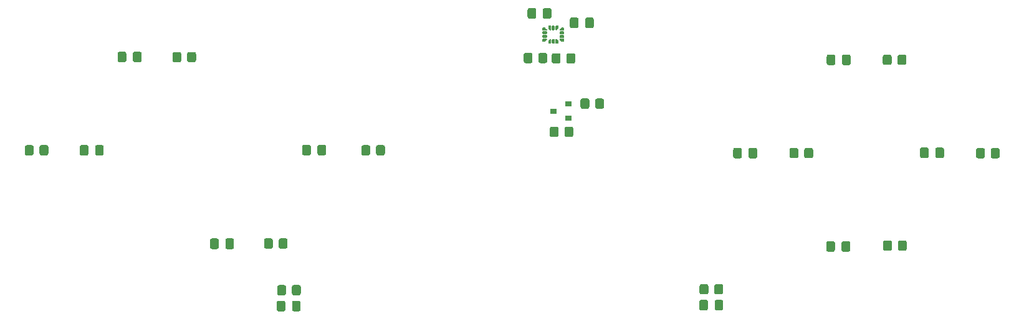
<source format=gbr>
%TF.GenerationSoftware,KiCad,Pcbnew,(5.1.8)-1*%
%TF.CreationDate,2020-12-25T12:52:01+03:00*%
%TF.ProjectId,mesp240_3Dpad,6d657370-3234-4305-9f33-447061642e6b,rev?*%
%TF.SameCoordinates,Original*%
%TF.FileFunction,Paste,Bot*%
%TF.FilePolarity,Positive*%
%FSLAX46Y46*%
G04 Gerber Fmt 4.6, Leading zero omitted, Abs format (unit mm)*
G04 Created by KiCad (PCBNEW (5.1.8)-1) date 2020-12-25 12:52:01*
%MOMM*%
%LPD*%
G01*
G04 APERTURE LIST*
%ADD10C,0.100000*%
%ADD11R,0.900000X0.800000*%
G04 APERTURE END LIST*
%TO.C,C12*%
G36*
G01*
X161962000Y-124747000D02*
X161962000Y-125697000D01*
G75*
G02*
X161712000Y-125947000I-250000J0D01*
G01*
X161037000Y-125947000D01*
G75*
G02*
X160787000Y-125697000I0J250000D01*
G01*
X160787000Y-124747000D01*
G75*
G02*
X161037000Y-124497000I250000J0D01*
G01*
X161712000Y-124497000D01*
G75*
G02*
X161962000Y-124747000I0J-250000D01*
G01*
G37*
G36*
G01*
X164037000Y-124747000D02*
X164037000Y-125697000D01*
G75*
G02*
X163787000Y-125947000I-250000J0D01*
G01*
X163112000Y-125947000D01*
G75*
G02*
X162862000Y-125697000I0J250000D01*
G01*
X162862000Y-124747000D01*
G75*
G02*
X163112000Y-124497000I250000J0D01*
G01*
X163787000Y-124497000D01*
G75*
G02*
X164037000Y-124747000I0J-250000D01*
G01*
G37*
%TD*%
%TO.C,C11*%
G36*
G01*
X104558000Y-124874000D02*
X104558000Y-125824000D01*
G75*
G02*
X104308000Y-126074000I-250000J0D01*
G01*
X103633000Y-126074000D01*
G75*
G02*
X103383000Y-125824000I0J250000D01*
G01*
X103383000Y-124874000D01*
G75*
G02*
X103633000Y-124624000I250000J0D01*
G01*
X104308000Y-124624000D01*
G75*
G02*
X104558000Y-124874000I0J-250000D01*
G01*
G37*
G36*
G01*
X106633000Y-124874000D02*
X106633000Y-125824000D01*
G75*
G02*
X106383000Y-126074000I-250000J0D01*
G01*
X105708000Y-126074000D01*
G75*
G02*
X105458000Y-125824000I0J250000D01*
G01*
X105458000Y-124874000D01*
G75*
G02*
X105708000Y-124624000I250000J0D01*
G01*
X106383000Y-124624000D01*
G75*
G02*
X106633000Y-124874000I0J-250000D01*
G01*
G37*
%TD*%
D10*
%TO.C,U2*%
G36*
X140596632Y-88990941D02*
G01*
X140610701Y-88995209D01*
X140623668Y-89002140D01*
X140635033Y-89011467D01*
X140644360Y-89022832D01*
X140651291Y-89035799D01*
X140655559Y-89049868D01*
X140657000Y-89064500D01*
X140657000Y-89539500D01*
X140655559Y-89554132D01*
X140651291Y-89568201D01*
X140644360Y-89581168D01*
X140635033Y-89592533D01*
X140623668Y-89601860D01*
X140610701Y-89608791D01*
X140596632Y-89613059D01*
X140582000Y-89614500D01*
X140332000Y-89614500D01*
X140317368Y-89613059D01*
X140303299Y-89608791D01*
X140290332Y-89601860D01*
X140278967Y-89592533D01*
X140269640Y-89581168D01*
X140262709Y-89568201D01*
X140258441Y-89554132D01*
X140257000Y-89539500D01*
X140257000Y-89270566D01*
X140258441Y-89255934D01*
X140262709Y-89241865D01*
X140269640Y-89228898D01*
X140278967Y-89217533D01*
X140485033Y-89011467D01*
X140496398Y-89002140D01*
X140509365Y-88995209D01*
X140523434Y-88990941D01*
X140538066Y-88989500D01*
X140582000Y-88989500D01*
X140596632Y-88990941D01*
G37*
G36*
G01*
X140757000Y-89514500D02*
X140757000Y-89089500D01*
G75*
G02*
X140857000Y-88989500I100000J0D01*
G01*
X141057000Y-88989500D01*
G75*
G02*
X141157000Y-89089500I0J-100000D01*
G01*
X141157000Y-89514500D01*
G75*
G02*
X141057000Y-89614500I-100000J0D01*
G01*
X140857000Y-89614500D01*
G75*
G02*
X140757000Y-89514500I0J100000D01*
G01*
G37*
G36*
X141390566Y-88990941D02*
G01*
X141404635Y-88995209D01*
X141417602Y-89002140D01*
X141428967Y-89011467D01*
X141635033Y-89217533D01*
X141644360Y-89228898D01*
X141651291Y-89241865D01*
X141655559Y-89255934D01*
X141657000Y-89270566D01*
X141657000Y-89539500D01*
X141655559Y-89554132D01*
X141651291Y-89568201D01*
X141644360Y-89581168D01*
X141635033Y-89592533D01*
X141623668Y-89601860D01*
X141610701Y-89608791D01*
X141596632Y-89613059D01*
X141582000Y-89614500D01*
X141332000Y-89614500D01*
X141317368Y-89613059D01*
X141303299Y-89608791D01*
X141290332Y-89601860D01*
X141278967Y-89592533D01*
X141269640Y-89581168D01*
X141262709Y-89568201D01*
X141258441Y-89554132D01*
X141257000Y-89539500D01*
X141257000Y-89064500D01*
X141258441Y-89049868D01*
X141262709Y-89035799D01*
X141269640Y-89022832D01*
X141278967Y-89011467D01*
X141290332Y-89002140D01*
X141303299Y-88995209D01*
X141317368Y-88990941D01*
X141332000Y-88989500D01*
X141375934Y-88989500D01*
X141390566Y-88990941D01*
G37*
G36*
X142371632Y-88940941D02*
G01*
X142385701Y-88945209D01*
X142398668Y-88952140D01*
X142410033Y-88961467D01*
X142419360Y-88972832D01*
X142426291Y-88985799D01*
X142430559Y-88999868D01*
X142432000Y-89014500D01*
X142432000Y-89264500D01*
X142430559Y-89279132D01*
X142426291Y-89293201D01*
X142419360Y-89306168D01*
X142410033Y-89317533D01*
X142398668Y-89326860D01*
X142385701Y-89333791D01*
X142371632Y-89338059D01*
X142357000Y-89339500D01*
X142088066Y-89339500D01*
X142073434Y-89338059D01*
X142059365Y-89333791D01*
X142046398Y-89326860D01*
X142035033Y-89317533D01*
X141828967Y-89111467D01*
X141819640Y-89100102D01*
X141812709Y-89087135D01*
X141808441Y-89073066D01*
X141807000Y-89058434D01*
X141807000Y-89014500D01*
X141808441Y-88999868D01*
X141812709Y-88985799D01*
X141819640Y-88972832D01*
X141828967Y-88961467D01*
X141840332Y-88952140D01*
X141853299Y-88945209D01*
X141867368Y-88940941D01*
X141882000Y-88939500D01*
X142357000Y-88939500D01*
X142371632Y-88940941D01*
G37*
G36*
G01*
X141807000Y-88739500D02*
X141807000Y-88539500D01*
G75*
G02*
X141907000Y-88439500I100000J0D01*
G01*
X142332000Y-88439500D01*
G75*
G02*
X142432000Y-88539500I0J-100000D01*
G01*
X142432000Y-88739500D01*
G75*
G02*
X142332000Y-88839500I-100000J0D01*
G01*
X141907000Y-88839500D01*
G75*
G02*
X141807000Y-88739500I0J100000D01*
G01*
G37*
G36*
G01*
X141807000Y-88239500D02*
X141807000Y-88039500D01*
G75*
G02*
X141907000Y-87939500I100000J0D01*
G01*
X142332000Y-87939500D01*
G75*
G02*
X142432000Y-88039500I0J-100000D01*
G01*
X142432000Y-88239500D01*
G75*
G02*
X142332000Y-88339500I-100000J0D01*
G01*
X141907000Y-88339500D01*
G75*
G02*
X141807000Y-88239500I0J100000D01*
G01*
G37*
G36*
X142371632Y-87440941D02*
G01*
X142385701Y-87445209D01*
X142398668Y-87452140D01*
X142410033Y-87461467D01*
X142419360Y-87472832D01*
X142426291Y-87485799D01*
X142430559Y-87499868D01*
X142432000Y-87514500D01*
X142432000Y-87764500D01*
X142430559Y-87779132D01*
X142426291Y-87793201D01*
X142419360Y-87806168D01*
X142410033Y-87817533D01*
X142398668Y-87826860D01*
X142385701Y-87833791D01*
X142371632Y-87838059D01*
X142357000Y-87839500D01*
X141882000Y-87839500D01*
X141867368Y-87838059D01*
X141853299Y-87833791D01*
X141840332Y-87826860D01*
X141828967Y-87817533D01*
X141819640Y-87806168D01*
X141812709Y-87793201D01*
X141808441Y-87779132D01*
X141807000Y-87764500D01*
X141807000Y-87720566D01*
X141808441Y-87705934D01*
X141812709Y-87691865D01*
X141819640Y-87678898D01*
X141828967Y-87667533D01*
X142035033Y-87461467D01*
X142046398Y-87452140D01*
X142059365Y-87445209D01*
X142073434Y-87440941D01*
X142088066Y-87439500D01*
X142357000Y-87439500D01*
X142371632Y-87440941D01*
G37*
G36*
X141596632Y-87165941D02*
G01*
X141610701Y-87170209D01*
X141623668Y-87177140D01*
X141635033Y-87186467D01*
X141644360Y-87197832D01*
X141651291Y-87210799D01*
X141655559Y-87224868D01*
X141657000Y-87239500D01*
X141657000Y-87508434D01*
X141655559Y-87523066D01*
X141651291Y-87537135D01*
X141644360Y-87550102D01*
X141635033Y-87561467D01*
X141428967Y-87767533D01*
X141417602Y-87776860D01*
X141404635Y-87783791D01*
X141390566Y-87788059D01*
X141375934Y-87789500D01*
X141332000Y-87789500D01*
X141317368Y-87788059D01*
X141303299Y-87783791D01*
X141290332Y-87776860D01*
X141278967Y-87767533D01*
X141269640Y-87756168D01*
X141262709Y-87743201D01*
X141258441Y-87729132D01*
X141257000Y-87714500D01*
X141257000Y-87239500D01*
X141258441Y-87224868D01*
X141262709Y-87210799D01*
X141269640Y-87197832D01*
X141278967Y-87186467D01*
X141290332Y-87177140D01*
X141303299Y-87170209D01*
X141317368Y-87165941D01*
X141332000Y-87164500D01*
X141582000Y-87164500D01*
X141596632Y-87165941D01*
G37*
G36*
G01*
X140757000Y-87689500D02*
X140757000Y-87264500D01*
G75*
G02*
X140857000Y-87164500I100000J0D01*
G01*
X141057000Y-87164500D01*
G75*
G02*
X141157000Y-87264500I0J-100000D01*
G01*
X141157000Y-87689500D01*
G75*
G02*
X141057000Y-87789500I-100000J0D01*
G01*
X140857000Y-87789500D01*
G75*
G02*
X140757000Y-87689500I0J100000D01*
G01*
G37*
G36*
X140596632Y-87165941D02*
G01*
X140610701Y-87170209D01*
X140623668Y-87177140D01*
X140635033Y-87186467D01*
X140644360Y-87197832D01*
X140651291Y-87210799D01*
X140655559Y-87224868D01*
X140657000Y-87239500D01*
X140657000Y-87714500D01*
X140655559Y-87729132D01*
X140651291Y-87743201D01*
X140644360Y-87756168D01*
X140635033Y-87767533D01*
X140623668Y-87776860D01*
X140610701Y-87783791D01*
X140596632Y-87788059D01*
X140582000Y-87789500D01*
X140538066Y-87789500D01*
X140523434Y-87788059D01*
X140509365Y-87783791D01*
X140496398Y-87776860D01*
X140485033Y-87767533D01*
X140278967Y-87561467D01*
X140269640Y-87550102D01*
X140262709Y-87537135D01*
X140258441Y-87523066D01*
X140257000Y-87508434D01*
X140257000Y-87239500D01*
X140258441Y-87224868D01*
X140262709Y-87210799D01*
X140269640Y-87197832D01*
X140278967Y-87186467D01*
X140290332Y-87177140D01*
X140303299Y-87170209D01*
X140317368Y-87165941D01*
X140332000Y-87164500D01*
X140582000Y-87164500D01*
X140596632Y-87165941D01*
G37*
G36*
X139840566Y-87440941D02*
G01*
X139854635Y-87445209D01*
X139867602Y-87452140D01*
X139878967Y-87461467D01*
X140085033Y-87667533D01*
X140094360Y-87678898D01*
X140101291Y-87691865D01*
X140105559Y-87705934D01*
X140107000Y-87720566D01*
X140107000Y-87764500D01*
X140105559Y-87779132D01*
X140101291Y-87793201D01*
X140094360Y-87806168D01*
X140085033Y-87817533D01*
X140073668Y-87826860D01*
X140060701Y-87833791D01*
X140046632Y-87838059D01*
X140032000Y-87839500D01*
X139557000Y-87839500D01*
X139542368Y-87838059D01*
X139528299Y-87833791D01*
X139515332Y-87826860D01*
X139503967Y-87817533D01*
X139494640Y-87806168D01*
X139487709Y-87793201D01*
X139483441Y-87779132D01*
X139482000Y-87764500D01*
X139482000Y-87514500D01*
X139483441Y-87499868D01*
X139487709Y-87485799D01*
X139494640Y-87472832D01*
X139503967Y-87461467D01*
X139515332Y-87452140D01*
X139528299Y-87445209D01*
X139542368Y-87440941D01*
X139557000Y-87439500D01*
X139825934Y-87439500D01*
X139840566Y-87440941D01*
G37*
G36*
G01*
X139482000Y-88239500D02*
X139482000Y-88039500D01*
G75*
G02*
X139582000Y-87939500I100000J0D01*
G01*
X140007000Y-87939500D01*
G75*
G02*
X140107000Y-88039500I0J-100000D01*
G01*
X140107000Y-88239500D01*
G75*
G02*
X140007000Y-88339500I-100000J0D01*
G01*
X139582000Y-88339500D01*
G75*
G02*
X139482000Y-88239500I0J100000D01*
G01*
G37*
G36*
G01*
X139482000Y-88739500D02*
X139482000Y-88539500D01*
G75*
G02*
X139582000Y-88439500I100000J0D01*
G01*
X140007000Y-88439500D01*
G75*
G02*
X140107000Y-88539500I0J-100000D01*
G01*
X140107000Y-88739500D01*
G75*
G02*
X140007000Y-88839500I-100000J0D01*
G01*
X139582000Y-88839500D01*
G75*
G02*
X139482000Y-88739500I0J100000D01*
G01*
G37*
G36*
X140046632Y-88940941D02*
G01*
X140060701Y-88945209D01*
X140073668Y-88952140D01*
X140085033Y-88961467D01*
X140094360Y-88972832D01*
X140101291Y-88985799D01*
X140105559Y-88999868D01*
X140107000Y-89014500D01*
X140107000Y-89058434D01*
X140105559Y-89073066D01*
X140101291Y-89087135D01*
X140094360Y-89100102D01*
X140085033Y-89111467D01*
X139878967Y-89317533D01*
X139867602Y-89326860D01*
X139854635Y-89333791D01*
X139840566Y-89338059D01*
X139825934Y-89339500D01*
X139557000Y-89339500D01*
X139542368Y-89338059D01*
X139528299Y-89333791D01*
X139515332Y-89326860D01*
X139503967Y-89317533D01*
X139494640Y-89306168D01*
X139487709Y-89293201D01*
X139483441Y-89279132D01*
X139482000Y-89264500D01*
X139482000Y-89014500D01*
X139483441Y-88999868D01*
X139487709Y-88985799D01*
X139494640Y-88972832D01*
X139503967Y-88961467D01*
X139515332Y-88952140D01*
X139528299Y-88945209D01*
X139542368Y-88940941D01*
X139557000Y-88939500D01*
X140032000Y-88939500D01*
X140046632Y-88940941D01*
G37*
%TD*%
%TO.C,R14*%
G36*
G01*
X141938000Y-91170299D02*
X141938000Y-92070301D01*
G75*
G02*
X141688001Y-92320300I-249999J0D01*
G01*
X140987999Y-92320300D01*
G75*
G02*
X140738000Y-92070301I0J249999D01*
G01*
X140738000Y-91170299D01*
G75*
G02*
X140987999Y-90920300I249999J0D01*
G01*
X141688001Y-90920300D01*
G75*
G02*
X141938000Y-91170299I0J-249999D01*
G01*
G37*
G36*
G01*
X143938000Y-91170299D02*
X143938000Y-92070301D01*
G75*
G02*
X143688001Y-92320300I-249999J0D01*
G01*
X142987999Y-92320300D01*
G75*
G02*
X142738000Y-92070301I0J249999D01*
G01*
X142738000Y-91170299D01*
G75*
G02*
X142987999Y-90920300I249999J0D01*
G01*
X143688001Y-90920300D01*
G75*
G02*
X143938000Y-91170299I0J-249999D01*
G01*
G37*
%TD*%
%TO.C,R13*%
G36*
G01*
X138930000Y-92024601D02*
X138930000Y-91124599D01*
G75*
G02*
X139179999Y-90874600I249999J0D01*
G01*
X139880001Y-90874600D01*
G75*
G02*
X140130000Y-91124599I0J-249999D01*
G01*
X140130000Y-92024601D01*
G75*
G02*
X139880001Y-92274600I-249999J0D01*
G01*
X139179999Y-92274600D01*
G75*
G02*
X138930000Y-92024601I0J249999D01*
G01*
G37*
G36*
G01*
X136930000Y-92024601D02*
X136930000Y-91124599D01*
G75*
G02*
X137179999Y-90874600I249999J0D01*
G01*
X137880001Y-90874600D01*
G75*
G02*
X138130000Y-91124599I0J-249999D01*
G01*
X138130000Y-92024601D01*
G75*
G02*
X137880001Y-92274600I-249999J0D01*
G01*
X137179999Y-92274600D01*
G75*
G02*
X136930000Y-92024601I0J249999D01*
G01*
G37*
%TD*%
%TO.C,R12*%
G36*
G01*
X162817000Y-123513001D02*
X162817000Y-122612999D01*
G75*
G02*
X163066999Y-122363000I249999J0D01*
G01*
X163767001Y-122363000D01*
G75*
G02*
X164017000Y-122612999I0J-249999D01*
G01*
X164017000Y-123513001D01*
G75*
G02*
X163767001Y-123763000I-249999J0D01*
G01*
X163066999Y-123763000D01*
G75*
G02*
X162817000Y-123513001I0J249999D01*
G01*
G37*
G36*
G01*
X160817000Y-123513001D02*
X160817000Y-122612999D01*
G75*
G02*
X161066999Y-122363000I249999J0D01*
G01*
X161767001Y-122363000D01*
G75*
G02*
X162017000Y-122612999I0J-249999D01*
G01*
X162017000Y-123513001D01*
G75*
G02*
X161767001Y-123763000I-249999J0D01*
G01*
X161066999Y-123763000D01*
G75*
G02*
X160817000Y-123513001I0J249999D01*
G01*
G37*
%TD*%
%TO.C,R11*%
G36*
G01*
X105445000Y-123640001D02*
X105445000Y-122739999D01*
G75*
G02*
X105694999Y-122490000I249999J0D01*
G01*
X106395001Y-122490000D01*
G75*
G02*
X106645000Y-122739999I0J-249999D01*
G01*
X106645000Y-123640001D01*
G75*
G02*
X106395001Y-123890000I-249999J0D01*
G01*
X105694999Y-123890000D01*
G75*
G02*
X105445000Y-123640001I0J249999D01*
G01*
G37*
G36*
G01*
X103445000Y-123640001D02*
X103445000Y-122739999D01*
G75*
G02*
X103694999Y-122490000I249999J0D01*
G01*
X104395001Y-122490000D01*
G75*
G02*
X104645000Y-122739999I0J-249999D01*
G01*
X104645000Y-123640001D01*
G75*
G02*
X104395001Y-123890000I-249999J0D01*
G01*
X103694999Y-123890000D01*
G75*
G02*
X103445000Y-123640001I0J249999D01*
G01*
G37*
%TD*%
%TO.C,C10*%
G36*
G01*
X138629000Y-85021400D02*
X138629000Y-85971400D01*
G75*
G02*
X138379000Y-86221400I-250000J0D01*
G01*
X137704000Y-86221400D01*
G75*
G02*
X137454000Y-85971400I0J250000D01*
G01*
X137454000Y-85021400D01*
G75*
G02*
X137704000Y-84771400I250000J0D01*
G01*
X138379000Y-84771400D01*
G75*
G02*
X138629000Y-85021400I0J-250000D01*
G01*
G37*
G36*
G01*
X140704000Y-85021400D02*
X140704000Y-85971400D01*
G75*
G02*
X140454000Y-86221400I-250000J0D01*
G01*
X139779000Y-86221400D01*
G75*
G02*
X139529000Y-85971400I0J250000D01*
G01*
X139529000Y-85021400D01*
G75*
G02*
X139779000Y-84771400I250000J0D01*
G01*
X140454000Y-84771400D01*
G75*
G02*
X140704000Y-85021400I0J-250000D01*
G01*
G37*
%TD*%
%TO.C,C9*%
G36*
G01*
X145282000Y-87256600D02*
X145282000Y-86306600D01*
G75*
G02*
X145532000Y-86056600I250000J0D01*
G01*
X146207000Y-86056600D01*
G75*
G02*
X146457000Y-86306600I0J-250000D01*
G01*
X146457000Y-87256600D01*
G75*
G02*
X146207000Y-87506600I-250000J0D01*
G01*
X145532000Y-87506600D01*
G75*
G02*
X145282000Y-87256600I0J250000D01*
G01*
G37*
G36*
G01*
X143207000Y-87256600D02*
X143207000Y-86306600D01*
G75*
G02*
X143457000Y-86056600I250000J0D01*
G01*
X144132000Y-86056600D01*
G75*
G02*
X144382000Y-86306600I0J-250000D01*
G01*
X144382000Y-87256600D01*
G75*
G02*
X144132000Y-87506600I-250000J0D01*
G01*
X143457000Y-87506600D01*
G75*
G02*
X143207000Y-87256600I0J250000D01*
G01*
G37*
%TD*%
%TO.C,R10*%
G36*
G01*
X142468040Y-102080481D02*
X142468040Y-101180479D01*
G75*
G02*
X142718039Y-100930480I249999J0D01*
G01*
X143418041Y-100930480D01*
G75*
G02*
X143668040Y-101180479I0J-249999D01*
G01*
X143668040Y-102080481D01*
G75*
G02*
X143418041Y-102330480I-249999J0D01*
G01*
X142718039Y-102330480D01*
G75*
G02*
X142468040Y-102080481I0J249999D01*
G01*
G37*
G36*
G01*
X140468040Y-102080481D02*
X140468040Y-101180479D01*
G75*
G02*
X140718039Y-100930480I249999J0D01*
G01*
X141418041Y-100930480D01*
G75*
G02*
X141668040Y-101180479I0J-249999D01*
G01*
X141668040Y-102080481D01*
G75*
G02*
X141418041Y-102330480I-249999J0D01*
G01*
X140718039Y-102330480D01*
G75*
G02*
X140468040Y-102080481I0J249999D01*
G01*
G37*
%TD*%
%TO.C,R9*%
G36*
G01*
X146652000Y-98240001D02*
X146652000Y-97339999D01*
G75*
G02*
X146901999Y-97090000I249999J0D01*
G01*
X147602001Y-97090000D01*
G75*
G02*
X147852000Y-97339999I0J-249999D01*
G01*
X147852000Y-98240001D01*
G75*
G02*
X147602001Y-98490000I-249999J0D01*
G01*
X146901999Y-98490000D01*
G75*
G02*
X146652000Y-98240001I0J249999D01*
G01*
G37*
G36*
G01*
X144652000Y-98240001D02*
X144652000Y-97339999D01*
G75*
G02*
X144901999Y-97090000I249999J0D01*
G01*
X145602001Y-97090000D01*
G75*
G02*
X145852000Y-97339999I0J-249999D01*
G01*
X145852000Y-98240001D01*
G75*
G02*
X145602001Y-98490000I-249999J0D01*
G01*
X144901999Y-98490000D01*
G75*
G02*
X144652000Y-98240001I0J249999D01*
G01*
G37*
%TD*%
%TO.C,R8*%
G36*
G01*
X187755000Y-117569001D02*
X187755000Y-116668999D01*
G75*
G02*
X188004999Y-116419000I249999J0D01*
G01*
X188705001Y-116419000D01*
G75*
G02*
X188955000Y-116668999I0J-249999D01*
G01*
X188955000Y-117569001D01*
G75*
G02*
X188705001Y-117819000I-249999J0D01*
G01*
X188004999Y-117819000D01*
G75*
G02*
X187755000Y-117569001I0J249999D01*
G01*
G37*
G36*
G01*
X185755000Y-117569001D02*
X185755000Y-116668999D01*
G75*
G02*
X186004999Y-116419000I249999J0D01*
G01*
X186705001Y-116419000D01*
G75*
G02*
X186955000Y-116668999I0J-249999D01*
G01*
X186955000Y-117569001D01*
G75*
G02*
X186705001Y-117819000I-249999J0D01*
G01*
X186004999Y-117819000D01*
G75*
G02*
X185755000Y-117569001I0J249999D01*
G01*
G37*
%TD*%
%TO.C,R7*%
G36*
G01*
X175041000Y-104971001D02*
X175041000Y-104070999D01*
G75*
G02*
X175290999Y-103821000I249999J0D01*
G01*
X175991001Y-103821000D01*
G75*
G02*
X176241000Y-104070999I0J-249999D01*
G01*
X176241000Y-104971001D01*
G75*
G02*
X175991001Y-105221000I-249999J0D01*
G01*
X175290999Y-105221000D01*
G75*
G02*
X175041000Y-104971001I0J249999D01*
G01*
G37*
G36*
G01*
X173041000Y-104971001D02*
X173041000Y-104070999D01*
G75*
G02*
X173290999Y-103821000I249999J0D01*
G01*
X173991001Y-103821000D01*
G75*
G02*
X174241000Y-104070999I0J-249999D01*
G01*
X174241000Y-104971001D01*
G75*
G02*
X173991001Y-105221000I-249999J0D01*
G01*
X173290999Y-105221000D01*
G75*
G02*
X173041000Y-104971001I0J249999D01*
G01*
G37*
%TD*%
%TO.C,R6*%
G36*
G01*
X200386000Y-104979001D02*
X200386000Y-104078999D01*
G75*
G02*
X200635999Y-103829000I249999J0D01*
G01*
X201336001Y-103829000D01*
G75*
G02*
X201586000Y-104078999I0J-249999D01*
G01*
X201586000Y-104979001D01*
G75*
G02*
X201336001Y-105229000I-249999J0D01*
G01*
X200635999Y-105229000D01*
G75*
G02*
X200386000Y-104979001I0J249999D01*
G01*
G37*
G36*
G01*
X198386000Y-104979001D02*
X198386000Y-104078999D01*
G75*
G02*
X198635999Y-103829000I249999J0D01*
G01*
X199336001Y-103829000D01*
G75*
G02*
X199586000Y-104078999I0J-249999D01*
G01*
X199586000Y-104979001D01*
G75*
G02*
X199336001Y-105229000I-249999J0D01*
G01*
X198635999Y-105229000D01*
G75*
G02*
X198386000Y-104979001I0J249999D01*
G01*
G37*
%TD*%
%TO.C,R5*%
G36*
G01*
X187709000Y-92271001D02*
X187709000Y-91370999D01*
G75*
G02*
X187958999Y-91121000I249999J0D01*
G01*
X188659001Y-91121000D01*
G75*
G02*
X188909000Y-91370999I0J-249999D01*
G01*
X188909000Y-92271001D01*
G75*
G02*
X188659001Y-92521000I-249999J0D01*
G01*
X187958999Y-92521000D01*
G75*
G02*
X187709000Y-92271001I0J249999D01*
G01*
G37*
G36*
G01*
X185709000Y-92271001D02*
X185709000Y-91370999D01*
G75*
G02*
X185958999Y-91121000I249999J0D01*
G01*
X186659001Y-91121000D01*
G75*
G02*
X186909000Y-91370999I0J-249999D01*
G01*
X186909000Y-92271001D01*
G75*
G02*
X186659001Y-92521000I-249999J0D01*
G01*
X185958999Y-92521000D01*
G75*
G02*
X185709000Y-92271001I0J249999D01*
G01*
G37*
%TD*%
%TO.C,R4*%
G36*
G01*
X91221000Y-91905201D02*
X91221000Y-91005199D01*
G75*
G02*
X91470999Y-90755200I249999J0D01*
G01*
X92171001Y-90755200D01*
G75*
G02*
X92421000Y-91005199I0J-249999D01*
G01*
X92421000Y-91905201D01*
G75*
G02*
X92171001Y-92155200I-249999J0D01*
G01*
X91470999Y-92155200D01*
G75*
G02*
X91221000Y-91905201I0J249999D01*
G01*
G37*
G36*
G01*
X89221000Y-91905201D02*
X89221000Y-91005199D01*
G75*
G02*
X89470999Y-90755200I249999J0D01*
G01*
X90171001Y-90755200D01*
G75*
G02*
X90421000Y-91005199I0J-249999D01*
G01*
X90421000Y-91905201D01*
G75*
G02*
X90171001Y-92155200I-249999J0D01*
G01*
X89470999Y-92155200D01*
G75*
G02*
X89221000Y-91905201I0J249999D01*
G01*
G37*
%TD*%
%TO.C,R3*%
G36*
G01*
X70355000Y-103689999D02*
X70355000Y-104590001D01*
G75*
G02*
X70105001Y-104840000I-249999J0D01*
G01*
X69404999Y-104840000D01*
G75*
G02*
X69155000Y-104590001I0J249999D01*
G01*
X69155000Y-103689999D01*
G75*
G02*
X69404999Y-103440000I249999J0D01*
G01*
X70105001Y-103440000D01*
G75*
G02*
X70355000Y-103689999I0J-249999D01*
G01*
G37*
G36*
G01*
X72355000Y-103689999D02*
X72355000Y-104590001D01*
G75*
G02*
X72105001Y-104840000I-249999J0D01*
G01*
X71404999Y-104840000D01*
G75*
G02*
X71155000Y-104590001I0J249999D01*
G01*
X71155000Y-103689999D01*
G75*
G02*
X71404999Y-103440000I249999J0D01*
G01*
X72105001Y-103440000D01*
G75*
G02*
X72355000Y-103689999I0J-249999D01*
G01*
G37*
%TD*%
%TO.C,R2*%
G36*
G01*
X103658000Y-117280001D02*
X103658000Y-116379999D01*
G75*
G02*
X103907999Y-116130000I249999J0D01*
G01*
X104608001Y-116130000D01*
G75*
G02*
X104858000Y-116379999I0J-249999D01*
G01*
X104858000Y-117280001D01*
G75*
G02*
X104608001Y-117530000I-249999J0D01*
G01*
X103907999Y-117530000D01*
G75*
G02*
X103658000Y-117280001I0J249999D01*
G01*
G37*
G36*
G01*
X101658000Y-117280001D02*
X101658000Y-116379999D01*
G75*
G02*
X101907999Y-116130000I249999J0D01*
G01*
X102608001Y-116130000D01*
G75*
G02*
X102858000Y-116379999I0J-249999D01*
G01*
X102858000Y-117280001D01*
G75*
G02*
X102608001Y-117530000I-249999J0D01*
G01*
X101907999Y-117530000D01*
G75*
G02*
X101658000Y-117280001I0J249999D01*
G01*
G37*
%TD*%
%TO.C,R1*%
G36*
G01*
X116875000Y-104590001D02*
X116875000Y-103689999D01*
G75*
G02*
X117124999Y-103440000I249999J0D01*
G01*
X117825001Y-103440000D01*
G75*
G02*
X118075000Y-103689999I0J-249999D01*
G01*
X118075000Y-104590001D01*
G75*
G02*
X117825001Y-104840000I-249999J0D01*
G01*
X117124999Y-104840000D01*
G75*
G02*
X116875000Y-104590001I0J249999D01*
G01*
G37*
G36*
G01*
X114875000Y-104590001D02*
X114875000Y-103689999D01*
G75*
G02*
X115124999Y-103440000I249999J0D01*
G01*
X115825001Y-103440000D01*
G75*
G02*
X116075000Y-103689999I0J-249999D01*
G01*
X116075000Y-104590001D01*
G75*
G02*
X115825001Y-104840000I-249999J0D01*
G01*
X115124999Y-104840000D01*
G75*
G02*
X114875000Y-104590001I0J249999D01*
G01*
G37*
%TD*%
D11*
%TO.C,Q1*%
X140986000Y-98806000D03*
X142986000Y-99756000D03*
X142986000Y-97856000D03*
%TD*%
%TO.C,C8*%
G36*
G01*
X179213000Y-116759000D02*
X179213000Y-117709000D01*
G75*
G02*
X178963000Y-117959000I-250000J0D01*
G01*
X178288000Y-117959000D01*
G75*
G02*
X178038000Y-117709000I0J250000D01*
G01*
X178038000Y-116759000D01*
G75*
G02*
X178288000Y-116509000I250000J0D01*
G01*
X178963000Y-116509000D01*
G75*
G02*
X179213000Y-116759000I0J-250000D01*
G01*
G37*
G36*
G01*
X181288000Y-116759000D02*
X181288000Y-117709000D01*
G75*
G02*
X181038000Y-117959000I-250000J0D01*
G01*
X180363000Y-117959000D01*
G75*
G02*
X180113000Y-117709000I0J250000D01*
G01*
X180113000Y-116759000D01*
G75*
G02*
X180363000Y-116509000I250000J0D01*
G01*
X181038000Y-116509000D01*
G75*
G02*
X181288000Y-116759000I0J-250000D01*
G01*
G37*
%TD*%
%TO.C,C7*%
G36*
G01*
X179276000Y-91346000D02*
X179276000Y-92296000D01*
G75*
G02*
X179026000Y-92546000I-250000J0D01*
G01*
X178351000Y-92546000D01*
G75*
G02*
X178101000Y-92296000I0J250000D01*
G01*
X178101000Y-91346000D01*
G75*
G02*
X178351000Y-91096000I250000J0D01*
G01*
X179026000Y-91096000D01*
G75*
G02*
X179276000Y-91346000I0J-250000D01*
G01*
G37*
G36*
G01*
X181351000Y-91346000D02*
X181351000Y-92296000D01*
G75*
G02*
X181101000Y-92546000I-250000J0D01*
G01*
X180426000Y-92546000D01*
G75*
G02*
X180176000Y-92296000I0J250000D01*
G01*
X180176000Y-91346000D01*
G75*
G02*
X180426000Y-91096000I250000J0D01*
G01*
X181101000Y-91096000D01*
G75*
G02*
X181351000Y-91346000I0J-250000D01*
G01*
G37*
%TD*%
%TO.C,C6*%
G36*
G01*
X166576000Y-104046000D02*
X166576000Y-104996000D01*
G75*
G02*
X166326000Y-105246000I-250000J0D01*
G01*
X165651000Y-105246000D01*
G75*
G02*
X165401000Y-104996000I0J250000D01*
G01*
X165401000Y-104046000D01*
G75*
G02*
X165651000Y-103796000I250000J0D01*
G01*
X166326000Y-103796000D01*
G75*
G02*
X166576000Y-104046000I0J-250000D01*
G01*
G37*
G36*
G01*
X168651000Y-104046000D02*
X168651000Y-104996000D01*
G75*
G02*
X168401000Y-105246000I-250000J0D01*
G01*
X167726000Y-105246000D01*
G75*
G02*
X167476000Y-104996000I0J250000D01*
G01*
X167476000Y-104046000D01*
G75*
G02*
X167726000Y-103796000I250000J0D01*
G01*
X168401000Y-103796000D01*
G75*
G02*
X168651000Y-104046000I0J-250000D01*
G01*
G37*
%TD*%
%TO.C,C5*%
G36*
G01*
X191949000Y-104010000D02*
X191949000Y-104960000D01*
G75*
G02*
X191699000Y-105210000I-250000J0D01*
G01*
X191024000Y-105210000D01*
G75*
G02*
X190774000Y-104960000I0J250000D01*
G01*
X190774000Y-104010000D01*
G75*
G02*
X191024000Y-103760000I250000J0D01*
G01*
X191699000Y-103760000D01*
G75*
G02*
X191949000Y-104010000I0J-250000D01*
G01*
G37*
G36*
G01*
X194024000Y-104010000D02*
X194024000Y-104960000D01*
G75*
G02*
X193774000Y-105210000I-250000J0D01*
G01*
X193099000Y-105210000D01*
G75*
G02*
X192849000Y-104960000I0J250000D01*
G01*
X192849000Y-104010000D01*
G75*
G02*
X193099000Y-103760000I250000J0D01*
G01*
X193774000Y-103760000D01*
G75*
G02*
X194024000Y-104010000I0J-250000D01*
G01*
G37*
%TD*%
%TO.C,C4*%
G36*
G01*
X82949700Y-90952300D02*
X82949700Y-91902300D01*
G75*
G02*
X82699700Y-92152300I-250000J0D01*
G01*
X82024700Y-92152300D01*
G75*
G02*
X81774700Y-91902300I0J250000D01*
G01*
X81774700Y-90952300D01*
G75*
G02*
X82024700Y-90702300I250000J0D01*
G01*
X82699700Y-90702300D01*
G75*
G02*
X82949700Y-90952300I0J-250000D01*
G01*
G37*
G36*
G01*
X85024700Y-90952300D02*
X85024700Y-91902300D01*
G75*
G02*
X84774700Y-92152300I-250000J0D01*
G01*
X84099700Y-92152300D01*
G75*
G02*
X83849700Y-91902300I0J250000D01*
G01*
X83849700Y-90952300D01*
G75*
G02*
X84099700Y-90702300I250000J0D01*
G01*
X84774700Y-90702300D01*
G75*
G02*
X85024700Y-90952300I0J-250000D01*
G01*
G37*
%TD*%
%TO.C,C3*%
G36*
G01*
X108016000Y-103640000D02*
X108016000Y-104590000D01*
G75*
G02*
X107766000Y-104840000I-250000J0D01*
G01*
X107091000Y-104840000D01*
G75*
G02*
X106841000Y-104590000I0J250000D01*
G01*
X106841000Y-103640000D01*
G75*
G02*
X107091000Y-103390000I250000J0D01*
G01*
X107766000Y-103390000D01*
G75*
G02*
X108016000Y-103640000I0J-250000D01*
G01*
G37*
G36*
G01*
X110091000Y-103640000D02*
X110091000Y-104590000D01*
G75*
G02*
X109841000Y-104840000I-250000J0D01*
G01*
X109166000Y-104840000D01*
G75*
G02*
X108916000Y-104590000I0J250000D01*
G01*
X108916000Y-103640000D01*
G75*
G02*
X109166000Y-103390000I250000J0D01*
G01*
X109841000Y-103390000D01*
G75*
G02*
X110091000Y-103640000I0J-250000D01*
G01*
G37*
%TD*%
%TO.C,C2*%
G36*
G01*
X78703500Y-104615000D02*
X78703500Y-103665000D01*
G75*
G02*
X78953500Y-103415000I250000J0D01*
G01*
X79628500Y-103415000D01*
G75*
G02*
X79878500Y-103665000I0J-250000D01*
G01*
X79878500Y-104615000D01*
G75*
G02*
X79628500Y-104865000I-250000J0D01*
G01*
X78953500Y-104865000D01*
G75*
G02*
X78703500Y-104615000I0J250000D01*
G01*
G37*
G36*
G01*
X76628500Y-104615000D02*
X76628500Y-103665000D01*
G75*
G02*
X76878500Y-103415000I250000J0D01*
G01*
X77553500Y-103415000D01*
G75*
G02*
X77803500Y-103665000I0J-250000D01*
G01*
X77803500Y-104615000D01*
G75*
G02*
X77553500Y-104865000I-250000J0D01*
G01*
X76878500Y-104865000D01*
G75*
G02*
X76628500Y-104615000I0J250000D01*
G01*
G37*
%TD*%
%TO.C,C1*%
G36*
G01*
X95504900Y-116388000D02*
X95504900Y-117338000D01*
G75*
G02*
X95254900Y-117588000I-250000J0D01*
G01*
X94579900Y-117588000D01*
G75*
G02*
X94329900Y-117338000I0J250000D01*
G01*
X94329900Y-116388000D01*
G75*
G02*
X94579900Y-116138000I250000J0D01*
G01*
X95254900Y-116138000D01*
G75*
G02*
X95504900Y-116388000I0J-250000D01*
G01*
G37*
G36*
G01*
X97579900Y-116388000D02*
X97579900Y-117338000D01*
G75*
G02*
X97329900Y-117588000I-250000J0D01*
G01*
X96654900Y-117588000D01*
G75*
G02*
X96404900Y-117338000I0J250000D01*
G01*
X96404900Y-116388000D01*
G75*
G02*
X96654900Y-116138000I250000J0D01*
G01*
X97329900Y-116138000D01*
G75*
G02*
X97579900Y-116388000I0J-250000D01*
G01*
G37*
%TD*%
M02*

</source>
